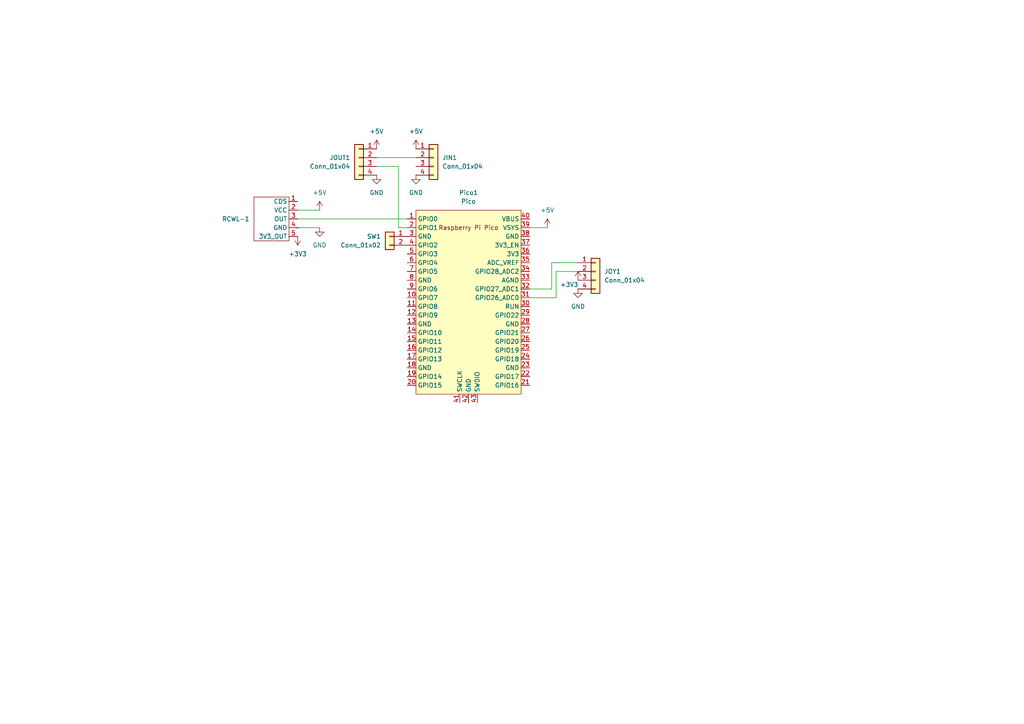
<source format=kicad_sch>
(kicad_sch (version 20230121) (generator eeschema)
  (paper "A4")
  (lib_symbols
    (symbol "Connector_Generic:Conn_01x02" (pin_names (offset 1.016) hide)
      (property "Reference" "J" (at 0 2.54 0))
      (property "Value" "Conn_01x02" (at 0 -5.08 0))
      (symbol "Conn_01x02_1_1"
        (rectangle (start -1.27 -2.413) (end 0 -2.667) (stroke (width 0.1524)))
        (rectangle (start -1.27 0.127) (end 0 -0.127) (stroke (width 0.1524)))
        (rectangle (start -1.27 1.27) (end 1.27 -3.81) (stroke (width 0.254)) (fill (type background)))
        (pin passive line (at -5.08 0 0) (length 3.81) (name "Pin_1") (number "1"))
        (pin passive line (at -5.08 -2.54 0) (length 3.81) (name "Pin_2") (number "2"))
      )
    )
    (symbol "Connector_Generic:Conn_01x04" (pin_names (offset 1.016) hide)
      (property "Reference" "J" (at 0 5.08 0))
      (property "Value" "Conn_01x04" (at 0 -7.62 0))
      (symbol "Conn_01x04_1_1"
        (rectangle (start -1.27 -4.953) (end 0 -5.207) (stroke (width 0.1524)))
        (rectangle (start -1.27 -2.413) (end 0 -2.667) (stroke (width 0.1524)))
        (rectangle (start -1.27 0.127) (end 0 -0.127) (stroke (width 0.1524)))
        (rectangle (start -1.27 2.667) (end 0 2.413) (stroke (width 0.1524)))
        (rectangle (start -1.27 3.81) (end 1.27 -6.35) (stroke (width 0.254)) (fill (type background)))
        (pin passive line (at -5.08 2.54 0) (length 3.81) (name "Pin_1") (number "1"))
        (pin passive line (at -5.08 0 0) (length 3.81) (name "Pin_2") (number "2"))
        (pin passive line (at -5.08 -2.54 0) (length 3.81) (name "Pin_3") (number "3"))
        (pin passive line (at -5.08 -5.08 0) (length 3.81) (name "Pin_4") (number "4"))
      )
    )
    (symbol "MCU_RaspberryPi_and_Boards:Pico"
      (property "Reference" "U" (at -13.97 27.94 0))
      (property "Value" "Pico" (at 0 19.05 0))
      (symbol "Pico_0_0"
        (text "Raspberry Pi Pico" (at 0 21.59 0) (effects (font (size 1.27 1.27))))
      )
      (symbol "Pico_0_1"
        (rectangle (start -15.24 26.67) (end 15.24 -26.67) (fill (type background)))
      )
      (symbol "Pico_1_1"
        (pin bidirectional line (at -17.78 24.13 0) (length 2.54) (name "GPIO0") (number "1"))
        (pin bidirectional line (at -17.78 1.27 0) (length 2.54) (name "GPIO7") (number "10"))
        (pin bidirectional line (at -17.78 -1.27 0) (length 2.54) (name "GPIO8") (number "11"))
        (pin bidirectional line (at -17.78 -3.81 0) (length 2.54) (name "GPIO9") (number "12"))
        (pin power_in line (at -17.78 -6.35 0) (length 2.54) (name "GND") (number "13"))
        (pin bidirectional line (at -17.78 -8.89 0) (length 2.54) (name "GPIO10") (number "14"))
        (pin bidirectional line (at -17.78 -11.43 0) (length 2.54) (name "GPIO11") (number "15"))
        (pin bidirectional line (at -17.78 -13.97 0) (length 2.54) (name "GPIO12") (number "16"))
        (pin bidirectional line (at -17.78 -16.51 0) (length 2.54) (name "GPIO13") (number "17"))
        (pin power_in line (at -17.78 -19.05 0) (length 2.54) (name "GND") (number "18"))
        (pin bidirectional line (at -17.78 -21.59 0) (length 2.54) (name "GPIO14") (number "19"))
        (pin bidirectional line (at -17.78 21.59 0) (length 2.54) (name "GPIO1") (number "2"))
        (pin bidirectional line (at -17.78 -24.13 0) (length 2.54) (name "GPIO15") (number "20"))
        (pin bidirectional line (at 17.78 -24.13 180) (length 2.54) (name "GPIO16") (number "21"))
        (pin bidirectional line (at 17.78 -21.59 180) (length 2.54) (name "GPIO17") (number "22"))
        (pin power_in line (at 17.78 -19.05 180) (length 2.54) (name "GND") (number "23"))
        (pin bidirectional line (at 17.78 -16.51 180) (length 2.54) (name "GPIO18") (number "24"))
        (pin bidirectional line (at 17.78 -13.97 180) (length 2.54) (name "GPIO19") (number "25"))
        (pin bidirectional line (at 17.78 -11.43 180) (length 2.54) (name "GPIO20") (number "26"))
        (pin bidirectional line (at 17.78 -8.89 180) (length 2.54) (name "GPIO21") (number "27"))
        (pin power_in line (at 17.78 -6.35 180) (length 2.54) (name "GND") (number "28"))
        (pin bidirectional line (at 17.78 -3.81 180) (length 2.54) (name "GPIO22") (number "29"))
        (pin power_in line (at -17.78 19.05 0) (length 2.54) (name "GND") (number "3"))
        (pin input line (at 17.78 -1.27 180) (length 2.54) (name "RUN") (number "30"))
        (pin bidirectional line (at 17.78 1.27 180) (length 2.54) (name "GPIO26_ADC0") (number "31"))
        (pin bidirectional line (at 17.78 3.81 180) (length 2.54) (name "GPIO27_ADC1") (number "32"))
        (pin power_in line (at 17.78 6.35 180) (length 2.54) (name "AGND") (number "33"))
        (pin bidirectional line (at 17.78 8.89 180) (length 2.54) (name "GPIO28_ADC2") (number "34"))
        (pin power_in line (at 17.78 11.43 180) (length 2.54) (name "ADC_VREF") (number "35"))
        (pin power_in line (at 17.78 13.97 180) (length 2.54) (name "3V3") (number "36"))
        (pin input line (at 17.78 16.51 180) (length 2.54) (name "3V3_EN") (number "37"))
        (pin bidirectional line (at 17.78 19.05 180) (length 2.54) (name "GND") (number "38"))
        (pin power_in line (at 17.78 21.59 180) (length 2.54) (name "VSYS") (number "39"))
        (pin bidirectional line (at -17.78 16.51 0) (length 2.54) (name "GPIO2") (number "4"))
        (pin power_in line (at 17.78 24.13 180) (length 2.54) (name "VBUS") (number "40"))
        (pin input line (at -2.54 -29.21 90) (length 2.54) (name "SWCLK") (number "41"))
        (pin power_in line (at 0 -29.21 90) (length 2.54) (name "GND") (number "42"))
        (pin bidirectional line (at 2.54 -29.21 90) (length 2.54) (name "SWDIO") (number "43"))
        (pin bidirectional line (at -17.78 13.97 0) (length 2.54) (name "GPIO3") (number "5"))
        (pin bidirectional line (at -17.78 11.43 0) (length 2.54) (name "GPIO4") (number "6"))
        (pin bidirectional line (at -17.78 8.89 0) (length 2.54) (name "GPIO5") (number "7"))
        (pin power_in line (at -17.78 6.35 0) (length 2.54) (name "GND") (number "8"))
        (pin bidirectional line (at -17.78 3.81 0) (length 2.54) (name "GPIO6") (number "9"))
      )
    )
    (symbol "MakerForgeComponents:RCWL-0516"
      (property "Reference" "RCWL-0516" (at 7.62 11.43 0))
      (symbol "RCWL-0516_0_1"
        (rectangle (start 2.54 8.89) (end 12.7 -3.81))
      )
      (symbol "RCWL-0516_1_1"
        (pin input line (at 0 7.62 0) (length 2.54) (name "CDS") (number "1"))
        (pin power_in line (at 0 5.08 0) (length 2.54) (name "VCC") (number "2"))
        (pin output line (at 0 2.54 0) (length 2.54) (name "OUT") (number "3"))
        (pin power_in line (at 0 0 0) (length 2.54) (name "GND") (number "4"))
        (pin power_out line (at 0 -2.54 0) (length 2.54) (name "3V3_OUT") (number "5"))
      )
    )
    (symbol "power:+3V3" (power) (pin_names (offset 0))
      (property "Value" "+3V3" (at 0 3.556 0))
      (symbol "+3V3_0_1"
        (polyline (pts (xy -0.762 1.27) (xy 0 2.54)))
        (polyline (pts (xy 0 0) (xy 0 2.54)))
        (polyline (pts (xy 0 2.54) (xy 0.762 1.27)))
      )
      (symbol "+3V3_1_1"
        (pin power_in line (at 0 0 90) (length 0) hide (name "+3V3") (number "1"))
      )
    )
    (symbol "power:+5V" (power) (pin_names (offset 0))
      (property "Value" "+5V" (at 0 3.556 0))
      (symbol "+5V_0_1"
        (polyline (pts (xy -0.762 1.27) (xy 0 2.54)))
        (polyline (pts (xy 0 0) (xy 0 2.54)))
        (polyline (pts (xy 0 2.54) (xy 0.762 1.27)))
      )
      (symbol "+5V_1_1"
        (pin power_in line (at 0 0 90) (length 0) hide (name "+5V") (number "1"))
      )
    )
    (symbol "power:GND" (power) (pin_names (offset 0))
      (property "Value" "GND" (at 0 -3.81 0))
      (symbol "GND_0_1"
        (polyline (pts (xy 0 0) (xy 0 -1.27) (xy 1.27 -1.27) (xy 0 -2.54) (xy -1.27 -1.27) (xy 0 -1.27)))
      )
      (symbol "GND_1_1"
        (pin power_in line (at 0 0 270) (length 0) hide (name "GND") (number "1"))
      )
    )
  )
  (wire (pts (xy 161.29 78.74) (xy 161.29 86.36)))
  (wire (pts (xy 153.67 83.82) (xy 160.02 83.82)))
  (wire (pts (xy 153.67 66.04) (xy 158.75 66.04)))
  (wire (pts (xy 160.02 83.82) (xy 160.02 76.2)))
  (wire (pts (xy 86.36 63.5) (xy 118.11 63.5)))
  (wire (pts (xy 161.29 86.36) (xy 153.67 86.36)))
  (wire (pts (xy 109.22 48.26) (xy 115.57 48.26)))
  (wire (pts (xy 86.36 66.04) (xy 92.71 66.04)))
  (wire (pts (xy 160.02 76.2) (xy 167.64 76.2)))
  (wire (pts (xy 109.22 45.72) (xy 120.65 45.72)))
  (wire (pts (xy 86.36 60.96) (xy 92.71 60.96)))
  (wire (pts (xy 167.64 78.74) (xy 161.29 78.74)))
  (wire (pts (xy 115.57 48.26) (xy 115.57 66.04)))
  (wire (pts (xy 115.57 66.04) (xy 118.11 66.04)))
  (symbol (lib_id "MakerForgeComponents:RCWL-0516") (at 86.36 66.04 0) (mirror y) (unit 1)
    (property "Reference" "RCWL-1" (at 72.39 63.5 0) (effects (justify left)))
    (property "Value" "~" (at 86.36 66.04 0))
    (property "Footprint" "MakerForgeComponents:RCWL-0516" (effects hide))
  )
  (symbol (lib_id "power:GND") (at 167.64 83.82 0) (unit 1)
    (property "Reference" "#PWR06" (effects hide))
    (property "Value" "GND" (at 167.64 88.9 0))
  )
  (symbol (lib_id "MCU_RaspberryPi_and_Boards:Pico") (at 135.89 87.63 0) (unit 1)
    (property "Reference" "Pico1" (at 135.89 55.88 0))
    (property "Value" "Pico" (at 135.89 58.42 0))
    (property "Footprint" "MCU_RaspberryPi_and_Boards:RPi_Pico_SMD_TH" (effects hide))
  )
  (symbol (lib_id "power:+5V") (at 158.75 66.04 0) (unit 1)
    (property "Reference" "#PWR010" (effects hide))
    (property "Value" "+5V" (at 158.75 60.96 0))
  )
  (symbol (lib_id "power:GND") (at 120.65 50.8 0) (unit 1)
    (property "Reference" "#PWR07" (effects hide))
    (property "Value" "GND" (at 120.65 55.88 0))
  )
  (symbol (lib_id "Connector_Generic:Conn_01x04") (at 104.14 45.72 0) (mirror y) (unit 1)
    (property "Reference" "JOUT1" (at 101.6 45.72 0) (effects (justify left)))
    (property "Value" "Conn_01x04" (at 101.6 48.26 0) (effects (justify left)))
    (property "Footprint" "Connector_PinHeader_2.54mm:PinHeader_1x04_P2.54mm_Vertical" (effects hide))
  )
  (symbol (lib_id "power:+5V") (at 92.71 60.96 0) (unit 1)
    (property "Reference" "#PWR03" (effects hide))
    (property "Value" "+5V" (at 92.71 55.88 0))
  )
  (symbol (lib_id "power:+3V3") (at 86.36 68.58 0) (mirror x) (unit 1)
    (property "Reference" "#PWR09" (effects hide))
    (property "Value" "+3V3" (at 86.36 73.66 0))
  )
  (symbol (lib_id "power:+5V") (at 120.65 43.18 0) (unit 1)
    (property "Reference" "#PWR01" (effects hide))
    (property "Value" "+5V" (at 120.65 38.1 0))
  )
  (symbol (lib_id "power:+5V") (at 109.22 43.18 0) (unit 1)
    (property "Reference" "#PWR04" (effects hide))
    (property "Value" "+5V" (at 109.22 38.1 0))
  )
  (symbol (lib_id "power:+3V3") (at 167.64 81.28 0) (unit 1)
    (property "Reference" "#PWR05" (effects hide))
    (property "Value" "+3V3" (at 165.1 82.55 0))
  )
  (symbol (lib_id "Connector_Generic:Conn_01x02") (at 113.03 68.58 0) (mirror y) (unit 1)
    (property "Reference" "SW1" (at 110.49 68.58 0) (effects (justify left)))
    (property "Value" "Conn_01x02" (at 110.49 71.12 0) (effects (justify left)))
    (property "Footprint" "Connector_PinHeader_2.54mm:PinHeader_1x02_P2.54mm_Vertical" (effects hide))
  )
  (symbol (lib_id "Connector_Generic:Conn_01x04") (at 172.72 78.74 0) (unit 1)
    (property "Reference" "JOY1" (at 175.26 78.74 0) (effects (justify left)))
    (property "Value" "Conn_01x04" (at 175.26 81.28 0) (effects (justify left)))
    (property "Footprint" "Connector_PinHeader_2.54mm:PinHeader_1x04_P2.54mm_Vertical" (effects hide))
  )
  (symbol (lib_id "power:GND") (at 109.22 50.8 0) (unit 1)
    (property "Reference" "#PWR08" (effects hide))
    (property "Value" "GND" (at 109.22 55.88 0))
  )
  (symbol (lib_id "power:GND") (at 92.71 66.04 0) (unit 1)
    (property "Reference" "#PWR02" (effects hide))
    (property "Value" "GND" (at 92.71 71.12 0))
  )
  (symbol (lib_id "Connector_Generic:Conn_01x04") (at 125.73 45.72 0) (unit 1)
    (property "Reference" "JIN1" (at 128.27 45.72 0) (effects (justify left)))
    (property "Value" "Conn_01x04" (at 128.27 48.26 0) (effects (justify left)))
    (property "Footprint" "Connector_PinHeader_2.54mm:PinHeader_1x04_P2.54mm_Vertical" (effects hide))
  )
)
</source>
